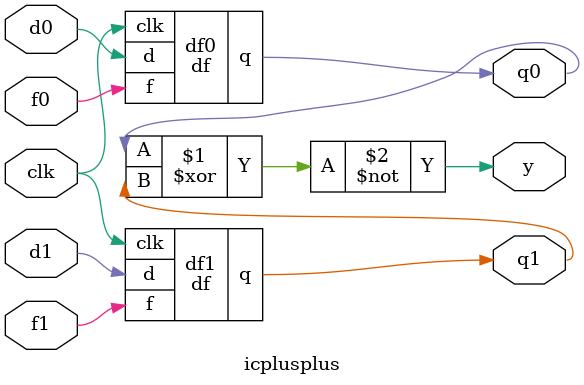
<source format=v>
`timescale 1ns / 1ps

module df(
    input d,
    input f,
    input clk,
    output reg q
    );
    
    initial begin
        q = 0;
    end
	
    // write your code here
	
	 always@(posedge clk)
    begin
    case({d, f})
        2'b00: q <= 1'b1;
        2'b01: q <= q;
        2'b10: q <= 1'b0;
        2'b11: q <= ~q;
    endcase
    end


endmodule


module icplusplus(
    input d0, 
    input f0, 
    input d1, 
    input f1, 
    input clk, 
    output q0, 
    output q1, 
    output y
    );
    // write your code here

        df df0(d0, f0, clk, q0);
        df df1(d1, f1, clk, q1);
        assign y = ~(q0 ^ q1);

endmodule
</source>
